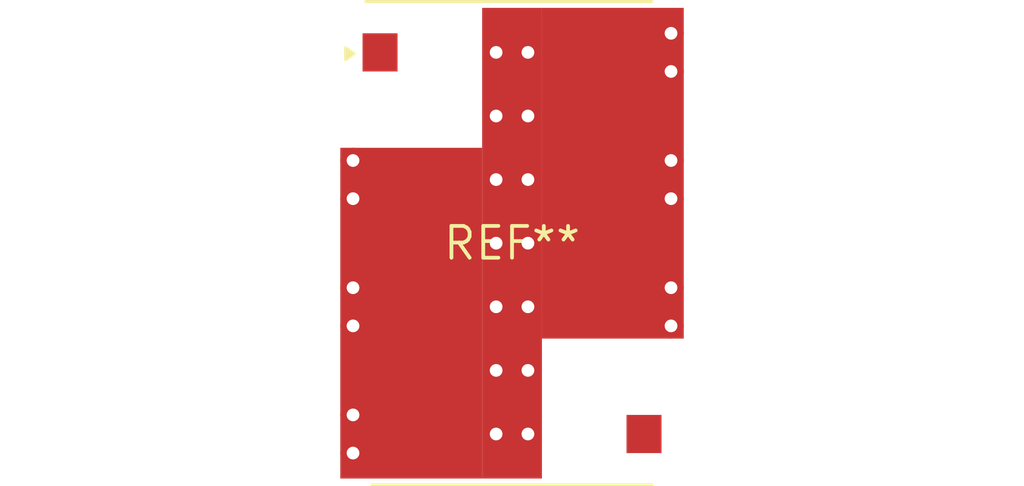
<source format=kicad_pcb>
(kicad_pcb (version 20240108) (generator pcbnew)
  (layers (0 "F.Cu" signal) (31 "B.Cu" signal) (34 "B.Paste" user) (35 "F.Paste" user) (36 "B.SilkS" user "B.Silkscreen") (37 "F.SilkS" user "F.Silkscreen") (38 "B.Mask" user) (39 "F.Mask" user) (44 "Edge.Cuts" user))
  (net 0 "")
  (footprint "Mini-Circuits_HF1139_LandPatternPL-230" (layer "F.Cu") (at 0 0)
    (property "Reference" "REF**")
    (property "Value" "Mini-Circuits_HF1139_LandPatternPL-230")
    (fp_line (start 5.588 -9.652) (end -5.842 -9.652) (layer "F.SilkS") (stroke (width 0.12)))
    (fp_line (start 5.588 9.652) (end -5.588 9.652) (layer "F.SilkS") (stroke (width 0.12)))
    (fp_poly (pts (xy -6.31 -7.57) (xy -6.646 -7.33) (xy -6.646 -7.81) (xy -6.31 -7.57)) (layer "F.SilkS") (stroke (width 0.12)) (fill solid))
    (pad "1" smd rect (at -5.2705 -7.62 270) (size 1.524 1.397) (layers "F.Cu" "F.Paste" "F.Mask") (clearance 3.3782))
    (pad "2" smd rect (at 5.2705 -7.62 270) (size 1.524 1.397) (layers "F.Cu" "F.Paste" "F.Mask"))
    (pad "2" thru_hole circle (at 6.35 -8.382 270) (size 1.016 1.016) (drill 0.508) (layers *.Cu) (remove_unused_layers))
    (pad "2" thru_hole circle (at 6.35 -6.858 270) (size 1.016 1.016) (drill 0.508) (layers *.Cu) (remove_unused_layers))
    (pad "3" thru_hole circle (at -6.35 -3.302 270) (size 1.016 1.016) (drill 0.508) (layers *.Cu) (remove_unused_layers))
    (pad "3" thru_hole circle (at -6.35 -1.778 270) (size 1.016 1.016) (drill 0.508) (layers *.Cu) (remove_unused_layers))
    (pad "3" smd rect (at -5.2705 -2.54 270) (size 1.524 1.397) (layers "F.Cu" "F.Paste" "F.Mask"))
    (pad "4" smd rect (at 5.2705 -2.54 270) (size 1.524 1.397) (layers "F.Cu" "F.Paste" "F.Mask"))
    (pad "4" thru_hole circle (at 6.35 -3.302 270) (size 1.016 1.016) (drill 0.508) (layers *.Cu) (remove_unused_layers))
    (pad "4" thru_hole circle (at 6.35 -1.778 270) (size 1.016 1.016) (drill 0.508) (layers *.Cu) (remove_unused_layers))
    (pad "5" thru_hole circle (at -6.35 1.778 270) (size 1.016 1.016) (drill 0.508) (layers *.Cu) (remove_unused_layers))
    (pad "5" thru_hole circle (at -6.35 3.302 270) (size 1.016 1.016) (drill 0.508) (layers *.Cu) (remove_unused_layers))
    (pad "5" smd rect (at -5.2705 2.54 270) (size 1.524 1.397) (layers "F.Cu" "F.Paste" "F.Mask"))
    (pad "6" smd rect (at 5.2705 2.54 270) (size 1.524 1.397) (layers "F.Cu" "F.Paste" "F.Mask"))
    (pad "6" thru_hole circle (at 6.35 1.778 270) (size 1.016 1.016) (drill 0.508) (layers *.Cu) (remove_unused_layers))
    (pad "6" thru_hole circle (at 6.35 3.302 270) (size 1.016 1.016) (drill 0.508) (layers *.Cu) (remove_unused_layers))
    (pad "7" thru_hole circle (at -6.35 6.858 270) (size 1.016 1.016) (drill 0.508) (layers *.Cu) (remove_unused_layers))
    (pad "7" thru_hole circle (at -6.35 8.382 270) (size 1.016 1.016) (drill 0.508) (layers *.Cu) (remove_unused_layers))
    (pad "7" smd rect (at -5.2705 7.62 270) (size 1.524 1.397) (layers "F.Cu" "F.Paste" "F.Mask"))
    (pad "7" smd rect (at -4.0259 2.794 270) (size 13.208 5.6642) (layers "F.Cu"))
    (pad "7" thru_hole circle (at -0.635 -7.62 270) (size 1.016 1.016) (drill 0.508) (layers *.Cu) (remove_unused_layers))
    (pad "7" thru_hole circle (at -0.635 -5.08 270) (size 1.016 1.016) (drill 0.508) (layers *.Cu) (remove_unused_layers))
    (pad "7" thru_hole circle (at -0.635 -2.54 270) (size 1.016 1.016) (drill 0.508) (layers *.Cu) (remove_unused_layers))
    (pad "7" thru_hole circle (at -0.635 0 270) (size 1.016 1.016) (drill 0.508) (layers *.Cu) (remove_unused_layers))
    (pad "7" thru_hole circle (at -0.635 2.54 270) (size 1.016 1.016) (drill 0.508) (layers *.Cu) (remove_unused_layers))
    (pad "7" thru_hole circle (at -0.635 5.08 270) (size 1.016 1.016) (drill 0.508) (layers *.Cu) (remove_unused_layers))
    (pad "7" thru_hole circle (at -0.635 7.62 270) (size 1.016 1.016) (drill 0.508) (layers *.Cu) (remove_unused_layers))
    (pad "7" smd rect (at 0 0 270) (size 18.796 2.3876) (layers "F.Cu"))
    (pad "7" thru_hole circle (at 0.635 -7.62 270) (size 1.016 1.016) (drill 0.508) (layers *.Cu) (remove_unused_layers))
    (pad "7" thru_hole circle (at 0.635 -5.08 270) (size 1.016 1.016) (drill 0.508) (layers *.Cu) (remove_unused_layers))
    (pad "7" thru_hole circle (at 0.635 -2.54 270) (size 1.016 1.016) (drill 0.508) (layers *.Cu) (remove_unused_layers))
    (pad "7" thru_hole circle (at 0.635 0 270) (size 1.016 1.016) (drill 0.508) (layers *.Cu) (remove_unused_layers))
    (pad "7" thru_hole circle (at 0.635 2.54 270) (size 1.016 1.016) (drill 0.508) (layers *.Cu) (remove_unused_layers))
    (pad "7" thru_hole circle (at 0.635 5.08 270) (size 1.016 1.016) (drill 0.508) (layers *.Cu) (remove_unused_layers))
    (pad "7" thru_hole circle (at 0.635 7.62 270) (size 1.016 1.016) (drill 0.508) (layers *.Cu) (remove_unused_layers))
    (pad "7" smd rect (at 4.0259 -2.794 270) (size 13.208 5.6642) (layers "F.Cu"))
    (pad "8" smd rect (at 5.2705 7.62 270) (size 1.524 1.397) (layers "F.Cu" "F.Paste" "F.Mask") (clearance 3.3782))
  )
)
</source>
